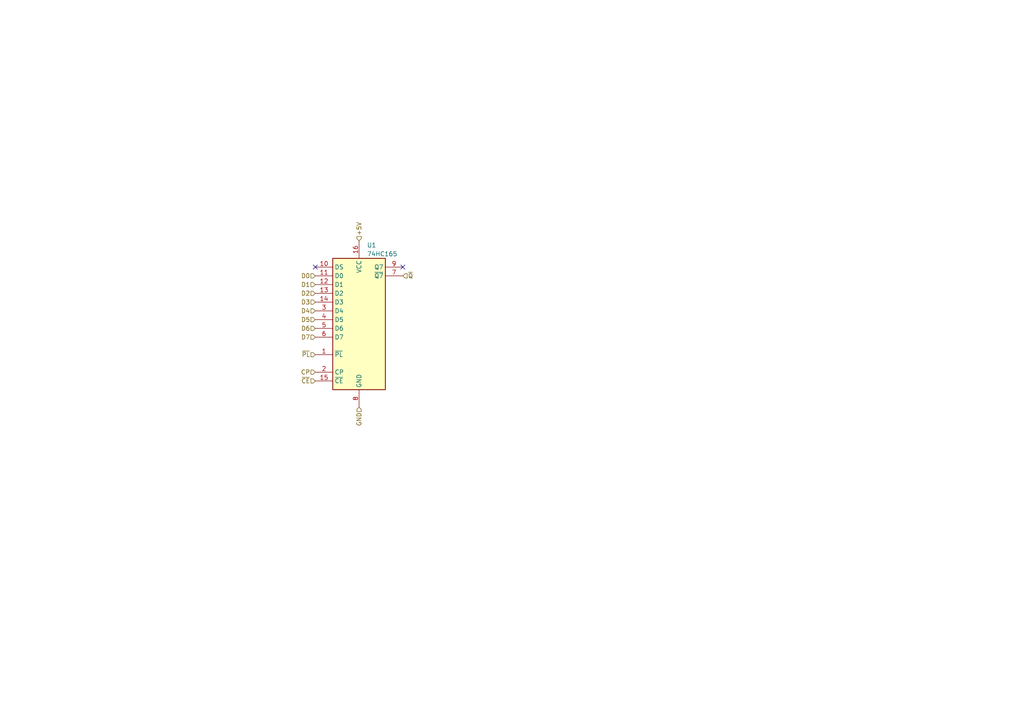
<source format=kicad_sch>
(kicad_sch (version 20230121) (generator eeschema)
  (paper "A4")
  (lib_symbols
    (symbol "74xx:74HC165"
      (property "Reference" "U" (at -7.62 19.05 0))
      (property "Value" "74HC165" (at -7.62 -21.59 0))
      (symbol "74HC165_1_0"
        (pin input line (at -12.7 -10.16 0) (length 5.08) (name "~{PL}") (number "1"))
        (pin input line (at -12.7 15.24 0) (length 5.08) (name "DS") (number "10"))
        (pin input line (at -12.7 12.7 0) (length 5.08) (name "D0") (number "11"))
        (pin input line (at -12.7 10.16 0) (length 5.08) (name "D1") (number "12"))
        (pin input line (at -12.7 7.62 0) (length 5.08) (name "D2") (number "13"))
        (pin input line (at -12.7 5.08 0) (length 5.08) (name "D3") (number "14"))
        (pin input line (at -12.7 -17.78 0) (length 5.08) (name "~{CE}") (number "15"))
        (pin power_in line (at 0 22.86 270) (length 5.08) (name "VCC") (number "16"))
        (pin input line (at -12.7 -15.24 0) (length 5.08) (name "CP") (number "2"))
        (pin input line (at -12.7 2.54 0) (length 5.08) (name "D4") (number "3"))
        (pin input line (at -12.7 0 0) (length 5.08) (name "D5") (number "4"))
        (pin input line (at -12.7 -2.54 0) (length 5.08) (name "D6") (number "5"))
        (pin input line (at -12.7 -5.08 0) (length 5.08) (name "D7") (number "6"))
        (pin output line (at 12.7 12.7 180) (length 5.08) (name "~{Q7}") (number "7"))
        (pin power_in line (at 0 -25.4 90) (length 5.08) (name "GND") (number "8"))
        (pin output line (at 12.7 15.24 180) (length 5.08) (name "Q7") (number "9"))
      )
      (symbol "74HC165_1_1"
        (rectangle (start -7.62 17.78) (end 7.62 -20.32) (stroke (width 0.254)) (fill (type background)))
      )
    )
  )
  (no_connect (at 116.84 77.47))
  (no_connect (at 91.44 77.47))
  (hierarchical_label "GND" (shape input) (at 104.14 118.11 270))
  (hierarchical_label "D5" (shape input) (at 91.44 92.71 180))
  (hierarchical_label "D0" (shape input) (at 91.44 80.01 180))
  (hierarchical_label "D4" (shape input) (at 91.44 90.17 180))
  (hierarchical_label "D3" (shape input) (at 91.44 87.63 180))
  (hierarchical_label "D7" (shape input) (at 91.44 97.79 180))
  (hierarchical_label "~{PL}" (shape input) (at 91.44 102.87 180))
  (hierarchical_label "~{Q}" (shape input) (at 116.84 80.01 0))
  (hierarchical_label "+5V" (shape input) (at 104.14 69.85 90))
  (hierarchical_label "D1" (shape input) (at 91.44 82.55 180))
  (hierarchical_label "D2" (shape input) (at 91.44 85.09 180))
  (hierarchical_label "D6" (shape input) (at 91.44 95.25 180))
  (hierarchical_label "~{CE}" (shape input) (at 91.44 110.49 180))
  (hierarchical_label "CP" (shape input) (at 91.44 107.95 180))
  (symbol (lib_id "74xx:74HC165") (at 104.14 92.71 0) (unit 1)
    (property "Reference" "U1" (at 106.4093 71.12 0) (effects (justify left)))
    (property "Value" "74HC165" (at 106.4093 73.66 0) (effects (justify left)))
    (property "Datasheet" "https://assets.nexperia.com/documents/data-sheet/74HC_HCT165.pdf" (effects hide))
    (instances (project "mechpad" (path "" (reference "U1") (unit 1)) (path "" (reference "U3") (unit 1))) (project "Schematics and PCB" (path "" (reference "U5") (unit 1)) (path "" (reference "U5") (unit 1)) (path "" (reference "U14") (unit 1)) (path "" (reference "U15") (unit 1))))
  )
)
</source>
